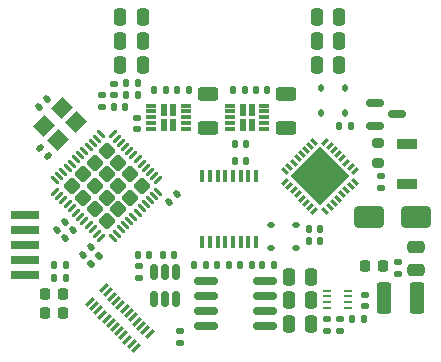
<source format=gbr>
%TF.GenerationSoftware,KiCad,Pcbnew,7.0.9*%
%TF.CreationDate,2023-11-17T16:04:47-05:00*%
%TF.ProjectId,lemon-pepper,6c656d6f-6e2d-4706-9570-7065722e6b69,rev?*%
%TF.SameCoordinates,PX8b85c60PY52f2218*%
%TF.FileFunction,Paste,Top*%
%TF.FilePolarity,Positive*%
%FSLAX46Y46*%
G04 Gerber Fmt 4.6, Leading zero omitted, Abs format (unit mm)*
G04 Created by KiCad (PCBNEW 7.0.9) date 2023-11-17 16:04:47*
%MOMM*%
%LPD*%
G01*
G04 APERTURE LIST*
G04 Aperture macros list*
%AMRoundRect*
0 Rectangle with rounded corners*
0 $1 Rounding radius*
0 $2 $3 $4 $5 $6 $7 $8 $9 X,Y pos of 4 corners*
0 Add a 4 corners polygon primitive as box body*
4,1,4,$2,$3,$4,$5,$6,$7,$8,$9,$2,$3,0*
0 Add four circle primitives for the rounded corners*
1,1,$1+$1,$2,$3*
1,1,$1+$1,$4,$5*
1,1,$1+$1,$6,$7*
1,1,$1+$1,$8,$9*
0 Add four rect primitives between the rounded corners*
20,1,$1+$1,$2,$3,$4,$5,0*
20,1,$1+$1,$4,$5,$6,$7,0*
20,1,$1+$1,$6,$7,$8,$9,0*
20,1,$1+$1,$8,$9,$2,$3,0*%
%AMRotRect*
0 Rectangle, with rotation*
0 The origin of the aperture is its center*
0 $1 length*
0 $2 width*
0 $3 Rotation angle, in degrees counterclockwise*
0 Add horizontal line*
21,1,$1,$2,0,0,$3*%
G04 Aperture macros list end*
%ADD10RoundRect,0.250000X-1.000000X-0.650000X1.000000X-0.650000X1.000000X0.650000X-1.000000X0.650000X0*%
%ADD11RoundRect,0.250000X-0.250000X-0.475000X0.250000X-0.475000X0.250000X0.475000X-0.250000X0.475000X0*%
%ADD12RoundRect,0.150000X-0.587500X-0.150000X0.587500X-0.150000X0.587500X0.150000X-0.587500X0.150000X0*%
%ADD13RoundRect,0.135000X0.135000X0.185000X-0.135000X0.185000X-0.135000X-0.185000X0.135000X-0.185000X0*%
%ADD14RoundRect,0.135000X-0.185000X0.135000X-0.185000X-0.135000X0.185000X-0.135000X0.185000X0.135000X0*%
%ADD15RoundRect,0.112500X-0.112500X0.187500X-0.112500X-0.187500X0.112500X-0.187500X0.112500X0.187500X0*%
%ADD16RoundRect,0.150000X-0.825000X-0.150000X0.825000X-0.150000X0.825000X0.150000X-0.825000X0.150000X0*%
%ADD17RoundRect,0.135000X0.185000X-0.135000X0.185000X0.135000X-0.185000X0.135000X-0.185000X-0.135000X0*%
%ADD18R,1.700000X0.900000*%
%ADD19RoundRect,0.135000X-0.035355X0.226274X-0.226274X0.035355X0.035355X-0.226274X0.226274X-0.035355X0*%
%ADD20RoundRect,0.140000X0.021213X-0.219203X0.219203X-0.021213X-0.021213X0.219203X-0.219203X0.021213X0*%
%ADD21R,2.400000X0.740000*%
%ADD22RoundRect,0.250000X0.250000X0.475000X-0.250000X0.475000X-0.250000X-0.475000X0.250000X-0.475000X0*%
%ADD23RoundRect,0.218750X-0.218750X-0.256250X0.218750X-0.256250X0.218750X0.256250X-0.218750X0.256250X0*%
%ADD24RoundRect,0.250000X-0.375000X-1.075000X0.375000X-1.075000X0.375000X1.075000X-0.375000X1.075000X0*%
%ADD25RoundRect,0.140000X-0.021213X0.219203X-0.219203X0.021213X0.021213X-0.219203X0.219203X-0.021213X0*%
%ADD26RoundRect,0.140000X-0.170000X0.140000X-0.170000X-0.140000X0.170000X-0.140000X0.170000X0.140000X0*%
%ADD27RoundRect,0.140000X0.170000X-0.140000X0.170000X0.140000X-0.170000X0.140000X-0.170000X-0.140000X0*%
%ADD28RoundRect,0.150000X-0.150000X0.512500X-0.150000X-0.512500X0.150000X-0.512500X0.150000X0.512500X0*%
%ADD29R,0.850000X0.300000*%
%ADD30R,0.600000X1.050000*%
%ADD31RoundRect,0.140000X-0.140000X-0.170000X0.140000X-0.170000X0.140000X0.170000X-0.140000X0.170000X0*%
%ADD32RoundRect,0.140000X0.140000X0.170000X-0.140000X0.170000X-0.140000X-0.170000X0.140000X-0.170000X0*%
%ADD33RoundRect,0.135000X-0.135000X-0.185000X0.135000X-0.185000X0.135000X0.185000X-0.135000X0.185000X0*%
%ADD34RoundRect,0.250000X0.475000X-0.250000X0.475000X0.250000X-0.475000X0.250000X-0.475000X-0.250000X0*%
%ADD35RotRect,0.300000X0.855000X315.000000*%
%ADD36RoundRect,0.250000X0.625000X-0.312500X0.625000X0.312500X-0.625000X0.312500X-0.625000X-0.312500X0*%
%ADD37RotRect,3.500000X3.500000X225.000000*%
%ADD38RotRect,0.280000X0.660000X225.000000*%
%ADD39RotRect,0.660000X0.280000X225.000000*%
%ADD40R,0.800000X0.250000*%
%ADD41RoundRect,0.062500X-0.309359X-0.220971X-0.220971X-0.309359X0.309359X0.220971X0.220971X0.309359X0*%
%ADD42RoundRect,0.062500X-0.309359X0.220971X0.220971X-0.309359X0.309359X-0.220971X-0.220971X0.309359X0*%
%ADD43RoundRect,0.250000X-0.445477X0.000000X0.000000X-0.445477X0.445477X0.000000X0.000000X0.445477X0*%
%ADD44RotRect,1.400000X1.200000X225.000000*%
%ADD45RoundRect,0.112500X-0.187500X-0.112500X0.187500X-0.112500X0.187500X0.112500X-0.187500X0.112500X0*%
%ADD46R,0.450000X1.050000*%
%ADD47RoundRect,0.112500X0.187500X0.112500X-0.187500X0.112500X-0.187500X-0.112500X0.187500X-0.112500X0*%
%ADD48RoundRect,0.200000X0.275000X-0.200000X0.275000X0.200000X-0.275000X0.200000X-0.275000X-0.200000X0*%
%ADD49RoundRect,0.140000X0.219203X0.021213X0.021213X0.219203X-0.219203X-0.021213X-0.021213X-0.219203X0*%
G04 APERTURE END LIST*
D10*
%TO.C,D101*%
X11825000Y-675000D03*
X15825000Y-675000D03*
%TD*%
D11*
%TO.C,C103*%
X-7325000Y12175000D03*
X-9225000Y12175000D03*
%TD*%
D12*
%TO.C,Q501*%
X14212500Y8000000D03*
X12337500Y7050000D03*
X12337500Y8950000D03*
%TD*%
D13*
%TO.C,R704*%
X346250Y10025000D03*
X1366250Y10025000D03*
%TD*%
D14*
%TO.C,R601*%
X14300000Y-5535000D03*
X14300000Y-4515000D03*
%TD*%
D15*
%TO.C,D502*%
X9825000Y8100000D03*
X9825000Y10200000D03*
%TD*%
D16*
%TO.C,U302*%
X3025000Y-6140000D03*
X3025000Y-7410000D03*
X3025000Y-8680000D03*
X3025000Y-9950000D03*
X-1925000Y-9950000D03*
X-1925000Y-8680000D03*
X-1925000Y-7410000D03*
X-1925000Y-6140000D03*
%TD*%
D15*
%TO.C,D501*%
X7800000Y8100000D03*
X7800000Y10200000D03*
%TD*%
D17*
%TO.C,R101*%
X-4175000Y-10365000D03*
X-4175000Y-11385000D03*
%TD*%
D13*
%TO.C,R103*%
X890000Y-4775000D03*
X1910000Y-4775000D03*
%TD*%
D18*
%TO.C,SW301*%
X15100000Y2125000D03*
X15100000Y5525000D03*
%TD*%
D19*
%TO.C,R302*%
X-11710624Y-4685624D03*
X-10989376Y-3964376D03*
%TD*%
D20*
%TO.C,C304*%
X-4435240Y1249462D03*
X-5114062Y570640D03*
%TD*%
D21*
%TO.C,J302*%
X-17300000Y-5565000D03*
X-17300000Y-4295000D03*
X-17300000Y-3025000D03*
X-17300000Y-1755000D03*
X-17300000Y-485000D03*
%TD*%
D22*
%TO.C,C106*%
X5075000Y-5725000D03*
X6975000Y-5725000D03*
%TD*%
D23*
%TO.C,D601*%
X13062500Y-4825000D03*
X11487500Y-4825000D03*
%TD*%
%TO.C,D301*%
X-14037500Y-7175000D03*
X-15612500Y-7175000D03*
%TD*%
D24*
%TO.C,L501*%
X15925000Y-7550000D03*
X13125000Y-7550000D03*
%TD*%
D25*
%TO.C,C305*%
X-16064411Y8585589D03*
X-15385589Y9264411D03*
%TD*%
D26*
%TO.C,C701*%
X-7825000Y6770000D03*
X-7825000Y7730000D03*
%TD*%
D27*
%TO.C,C308*%
X-9725000Y10580000D03*
X-9725000Y9620000D03*
%TD*%
D25*
%TO.C,C307*%
X-13864411Y-2439411D03*
X-13185589Y-1760589D03*
%TD*%
D13*
%TO.C,R702*%
X-6328750Y10025000D03*
X-5308750Y10025000D03*
%TD*%
D28*
%TO.C,U201*%
X-4450000Y-7637500D03*
X-5400000Y-7637500D03*
X-6350000Y-7637500D03*
X-6350000Y-5362500D03*
X-5400000Y-5362500D03*
X-4450000Y-5362500D03*
%TD*%
D29*
%TO.C,U703*%
X81250Y6750000D03*
X81250Y7250000D03*
X81250Y7750000D03*
X81250Y8250000D03*
X81250Y8750000D03*
X2981250Y8750000D03*
X2981250Y8250000D03*
X2981250Y7750000D03*
X2981250Y7250000D03*
X2981250Y6750000D03*
D30*
X1143750Y8370000D03*
X1143750Y7130000D03*
X1918750Y8370000D03*
X1918750Y7130000D03*
%TD*%
D25*
%TO.C,C302*%
X-12364411Y-3939411D03*
X-11685589Y-3260589D03*
%TD*%
D31*
%TO.C,C602*%
X6745000Y-2700000D03*
X7705000Y-2700000D03*
%TD*%
D32*
%TO.C,C401*%
X470000Y4050000D03*
X1430000Y4050000D03*
%TD*%
D23*
%TO.C,D302*%
X-14037500Y-8800000D03*
X-15612500Y-8800000D03*
%TD*%
D17*
%TO.C,R102*%
X-7650000Y-4865000D03*
X-7650000Y-5885000D03*
%TD*%
D33*
%TO.C,R105*%
X-1940000Y-4775000D03*
X-2960000Y-4775000D03*
%TD*%
D34*
%TO.C,C503*%
X15825000Y-3250000D03*
X15825000Y-5150000D03*
%TD*%
D13*
%TO.C,R501*%
X10380000Y-9360000D03*
X11400000Y-9360000D03*
%TD*%
%TO.C,R301*%
X-14785000Y-5825000D03*
X-13765000Y-5825000D03*
%TD*%
D32*
%TO.C,C201*%
X-7705000Y-3900000D03*
X-6745000Y-3900000D03*
%TD*%
D22*
%TO.C,C102*%
X-9225000Y14225000D03*
X-7325000Y14225000D03*
%TD*%
D11*
%TO.C,C101*%
X-7325000Y16250000D03*
X-9225000Y16250000D03*
%TD*%
D35*
%TO.C,J201*%
X-11780028Y-7890941D03*
X-11425768Y-8243787D03*
X-11072921Y-8598047D03*
X-10718661Y-8950894D03*
X-10365107Y-9304447D03*
X-10011554Y-9658001D03*
X-9658001Y-10011554D03*
X-9304447Y-10365107D03*
X-8950894Y-10718661D03*
X-8597340Y-11072214D03*
X-8243787Y-11425768D03*
X-7890234Y-11779321D03*
X-6720679Y-10609766D03*
X-7074232Y-10256213D03*
X-7427079Y-9901952D03*
X-7780632Y-9548399D03*
X-8134186Y-9194846D03*
X-8487739Y-8841292D03*
X-8841292Y-8487739D03*
X-9194846Y-8134185D03*
X-9548399Y-7780632D03*
X-9901953Y-7427079D03*
X-10255506Y-7073525D03*
X-10609059Y-6719972D03*
%TD*%
D31*
%TO.C,C703*%
X1430000Y5475000D03*
X470000Y5475000D03*
%TD*%
D36*
%TO.C,R703*%
X4856250Y9737500D03*
X4856250Y6812500D03*
%TD*%
D31*
%TO.C,C202*%
X-4620000Y-3900000D03*
X-5580000Y-3900000D03*
%TD*%
D25*
%TO.C,C301*%
X-14539411Y-1764411D03*
X-13860589Y-1085589D03*
%TD*%
D14*
%TO.C,R502*%
X9365000Y-10320000D03*
X9365000Y-9300000D03*
%TD*%
D37*
%TO.C,U601*%
X7700000Y2750000D03*
D38*
X10641564Y2283310D03*
X10288011Y1929756D03*
X9934457Y1576203D03*
X9580904Y1222649D03*
X9227351Y869096D03*
X8873797Y515543D03*
X8520244Y161989D03*
X8166690Y-191564D03*
D39*
X7233310Y-191564D03*
X6879756Y161989D03*
X6526203Y515543D03*
X6172649Y869096D03*
X5819096Y1222649D03*
X5465543Y1576203D03*
X5111989Y1929756D03*
X4758436Y2283310D03*
D38*
X4758436Y3216690D03*
X5111989Y3570244D03*
X5465543Y3923797D03*
X5819096Y4277351D03*
X6172649Y4630904D03*
X6526203Y4984457D03*
X6879756Y5338011D03*
X7233310Y5691564D03*
D39*
X8166690Y5691564D03*
X8520244Y5338011D03*
X8873797Y4984457D03*
X9227351Y4630904D03*
X9580904Y4277351D03*
X9934457Y3923797D03*
X10288011Y3570244D03*
X10641564Y3216690D03*
%TD*%
D31*
%TO.C,C601*%
X6745000Y-1700000D03*
X7705000Y-1700000D03*
%TD*%
D40*
%TO.C,U501*%
X10095000Y-6910000D03*
X10095000Y-7410000D03*
X10095000Y-7910000D03*
X10095000Y-8410000D03*
X8335000Y-8410000D03*
X8335000Y-7910000D03*
X8335000Y-7410000D03*
X8335000Y-6910000D03*
%TD*%
D41*
%TO.C,U301*%
X-9863515Y6310274D03*
X-9509962Y5956721D03*
X-9156408Y5603167D03*
X-8802855Y5249614D03*
X-8449302Y4896061D03*
X-8095748Y4542507D03*
X-7742195Y4188954D03*
X-7388641Y3835400D03*
X-7035088Y3481847D03*
X-6681535Y3128294D03*
X-6327981Y2774740D03*
X-5974428Y2421187D03*
D42*
X-5974428Y1448915D03*
X-6327981Y1095362D03*
X-6681535Y741808D03*
X-7035088Y388255D03*
X-7388641Y34702D03*
X-7742195Y-318852D03*
X-8095748Y-672405D03*
X-8449302Y-1025959D03*
X-8802855Y-1379512D03*
X-9156408Y-1733065D03*
X-9509962Y-2086619D03*
X-9863515Y-2440172D03*
D41*
X-10835787Y-2440172D03*
X-11189340Y-2086619D03*
X-11542894Y-1733065D03*
X-11896447Y-1379512D03*
X-12250000Y-1025959D03*
X-12603554Y-672405D03*
X-12957107Y-318852D03*
X-13310661Y34702D03*
X-13664214Y388255D03*
X-14017767Y741808D03*
X-14371321Y1095362D03*
X-14724874Y1448915D03*
D42*
X-14724874Y2421187D03*
X-14371321Y2774740D03*
X-14017767Y3128294D03*
X-13664214Y3481847D03*
X-13310661Y3835400D03*
X-12957107Y4188954D03*
X-12603554Y4542507D03*
X-12250000Y4896061D03*
X-11896447Y5249614D03*
X-11542894Y5603167D03*
X-11189340Y5956721D03*
X-10835787Y6310274D03*
D43*
X-10349651Y-1034797D03*
X-9359702Y-44848D03*
X-8369752Y945102D03*
X-7379803Y1935051D03*
X-11339600Y-44848D03*
X-10349651Y945102D03*
X-9359702Y1935051D03*
X-8369752Y2925000D03*
X-12329550Y945102D03*
X-11339600Y1935051D03*
X-10349651Y2925000D03*
X-9359702Y3914950D03*
X-13319499Y1935051D03*
X-12329550Y2925000D03*
X-11339600Y3914950D03*
X-10349651Y4904899D03*
%TD*%
D13*
%TO.C,R303*%
X-8760000Y10650000D03*
X-7740000Y10650000D03*
%TD*%
D14*
%TO.C,R503*%
X8290000Y-10320000D03*
X8290000Y-9300000D03*
%TD*%
D31*
%TO.C,C704*%
X3236250Y10025000D03*
X2276250Y10025000D03*
%TD*%
D11*
%TO.C,C104*%
X9325000Y16250000D03*
X7425000Y16250000D03*
%TD*%
D22*
%TO.C,C105*%
X7425000Y12175000D03*
X9325000Y12175000D03*
%TD*%
D33*
%TO.C,R505*%
X10360000Y7000000D03*
X9340000Y7000000D03*
%TD*%
D31*
%TO.C,C303*%
X-8795000Y8650000D03*
X-9755000Y8650000D03*
%TD*%
D44*
%TO.C,Y301*%
X-12946142Y7351777D03*
X-14501777Y5796142D03*
X-15703858Y6998223D03*
X-14148223Y8553858D03*
%TD*%
D14*
%TO.C,R305*%
X12875000Y1765000D03*
X12875000Y2785000D03*
%TD*%
D45*
%TO.C,D602*%
X5675000Y-3350000D03*
X3575000Y-3350000D03*
%TD*%
D13*
%TO.C,R304*%
X-8760000Y9650000D03*
X-7740000Y9650000D03*
%TD*%
D46*
%TO.C,U401*%
X-2275000Y2775000D03*
X-1625000Y2775000D03*
X-975000Y2775000D03*
X-325000Y2775000D03*
X325000Y2775000D03*
X975000Y2775000D03*
X1625000Y2775000D03*
X2275000Y2775000D03*
X2275000Y-2775000D03*
X1625000Y-2775000D03*
X975000Y-2775000D03*
X325000Y-2775000D03*
X-325000Y-2775000D03*
X-975000Y-2775000D03*
X-1625000Y-2775000D03*
X-2275000Y-2775000D03*
%TD*%
D13*
%TO.C,R401*%
X-14785000Y-4725000D03*
X-13765000Y-4725000D03*
%TD*%
D36*
%TO.C,R701*%
X-1793750Y9737500D03*
X-1793750Y6812500D03*
%TD*%
D22*
%TO.C,C108*%
X5075000Y-7750000D03*
X6975000Y-7750000D03*
%TD*%
D27*
%TO.C,C502*%
X11500000Y-7295000D03*
X11500000Y-8255000D03*
%TD*%
D47*
%TO.C,D603*%
X3575000Y-1375000D03*
X5675000Y-1375000D03*
%TD*%
D22*
%TO.C,C501*%
X5075000Y-9775000D03*
X6975000Y-9775000D03*
%TD*%
D33*
%TO.C,JP101*%
X-15000Y-4775000D03*
X-1035000Y-4775000D03*
%TD*%
D17*
%TO.C,R306*%
X-10725000Y9635000D03*
X-10725000Y8615000D03*
%TD*%
D31*
%TO.C,C702*%
X-3413750Y10025000D03*
X-4373750Y10025000D03*
%TD*%
D33*
%TO.C,R104*%
X3835000Y-4775000D03*
X2815000Y-4775000D03*
%TD*%
D48*
%TO.C,R504*%
X12625000Y5575000D03*
X12625000Y3925000D03*
%TD*%
D49*
%TO.C,C306*%
X-16014411Y5139411D03*
X-15335589Y4460589D03*
%TD*%
D22*
%TO.C,C107*%
X7425000Y14225000D03*
X9325000Y14225000D03*
%TD*%
D29*
%TO.C,U701*%
X-6568750Y6750000D03*
X-6568750Y7250000D03*
X-6568750Y7750000D03*
X-6568750Y8250000D03*
X-6568750Y8750000D03*
X-3668750Y8750000D03*
X-3668750Y8250000D03*
X-3668750Y7750000D03*
X-3668750Y7250000D03*
X-3668750Y6750000D03*
D30*
X-5506250Y8370000D03*
X-5506250Y7130000D03*
X-4731250Y8370000D03*
X-4731250Y7130000D03*
%TD*%
M02*

</source>
